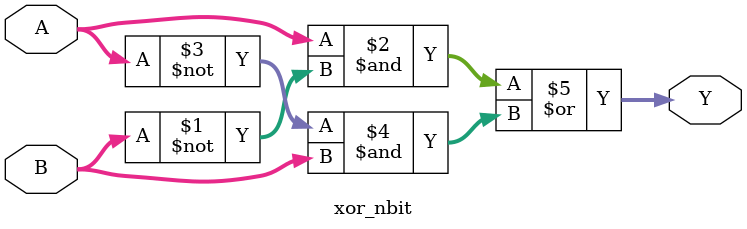
<source format=v>

module xor_nbit #(
    parameter WIDTH = 32
) (
    input [WIDTH-1:0] A,
    input [WIDTH-1:0] B,
    output [WIDTH-1:0] Y
);

    assign Y = (A & ~B) | (~A & B);

endmodule

</source>
